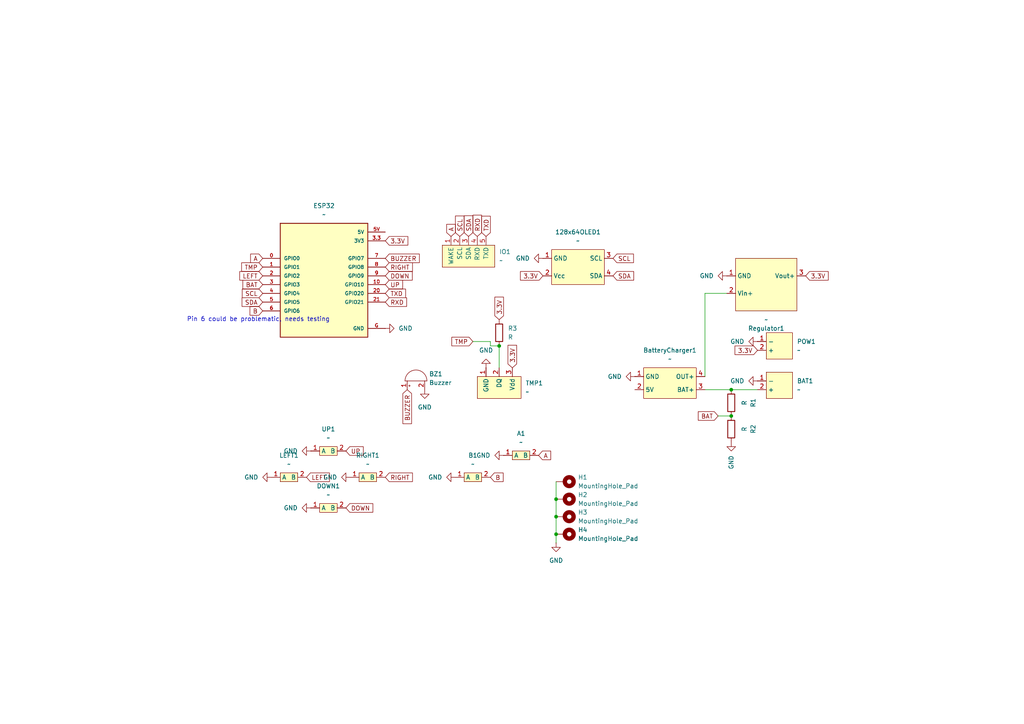
<source format=kicad_sch>
(kicad_sch (version 20250114) (generator "eeschema") (generator_version "9.0")
  (paper "A4")
  (lib_symbols
    (symbol "Device:Buzzer" (pin_names (offset 0.0254) (hide yes))
      (property "Reference" "BZ" (at 3.81 1.27 0))
      (property "Value" "Buzzer" (at 3.81 -1.27 0))
      (symbol "Buzzer_0_1"
        (polyline (pts (xy -1.651 1.905) (xy -1.143 1.905)))
        (polyline (pts (xy -1.397 2.159) (xy -1.397 1.651)))
        (arc (start 0 3.175) (mid 3.1612 0) (end 0 -3.175))
        (polyline (pts (xy 0 3.175) (xy 0 -3.175)))
      )
      (symbol "Buzzer_1_1"
        (pin passive line (at -2.54 2.54 0) (length 2.54) (name "+") (number "1"))
        (pin passive line (at -2.54 -2.54 0) (length 2.54) (name "-") (number "2"))
      )
    )
    (symbol "Device:R" (pin_numbers (hide yes)) (pin_names (offset 0))
      (property "Reference" "R" (at 2.032 0 90))
      (property "Value" "R" (at 0 0 90))
      (symbol "R_0_1"
        (rectangle (start -1.016 -2.54) (end 1.016 2.54) (stroke (width 0.254)))
      )
      (symbol "R_1_1"
        (pin passive line (at 0 3.81 270) (length 1.27) (name "~") (number "1"))
        (pin passive line (at 0 -3.81 90) (length 1.27) (name "~") (number "2"))
      )
    )
    (symbol "ESP32-C3_SUPERMINI_TH:ESP32-C3_SUPERMINI_TH" (pin_names (offset 1.016)) (exclude_from_sim yes)
      (property "Reference" "U" (at -12.7 16.002 0))
      (property "Value" "ESP32-C3_SUPERMINI_TH" (at -12.7 -20.32 0))
      (symbol "ESP32-C3_SUPERMINI_TH_0_0"
        (rectangle (start -12.7 -17.78) (end 12.7 15.24) (stroke (width 0.254)) (fill (type background)))
        (pin bidirectional line (at -17.78 5.08 0) (length 5.08) (name "GPIO0") (number "0"))
        (pin bidirectional line (at -17.78 2.54 0) (length 5.08) (name "GPIO1") (number "1"))
        (pin bidirectional line (at -17.78 0 0) (length 5.08) (name "GPIO2") (number "2"))
        (pin bidirectional line (at -17.78 -2.54 0) (length 5.08) (name "GPIO3") (number "3"))
        (pin bidirectional line (at -17.78 -5.08 0) (length 5.08) (name "GPIO4") (number "4"))
        (pin bidirectional line (at -17.78 -7.62 0) (length 5.08) (name "GPIO5") (number "5"))
        (pin bidirectional line (at -17.78 -10.16 0) (length 5.08) (name "GPIO6") (number "6"))
        (pin power_in line (at 17.78 12.7 180) (length 5.08) (name "5V") (number "5V"))
        (pin power_in line (at 17.78 10.16 180) (length 5.08) (name "3V3") (number "3.3"))
        (pin bidirectional line (at 17.78 5.08 180) (length 5.08) (name "GPIO7") (number "7"))
        (pin bidirectional line (at 17.78 2.54 180) (length 5.08) (name "GPIO8") (number "8"))
        (pin bidirectional line (at 17.78 0 180) (length 5.08) (name "GPIO9") (number "9"))
        (pin bidirectional line (at 17.78 -2.54 180) (length 5.08) (name "GPIO10") (number "10"))
        (pin bidirectional line (at 17.78 -5.08 180) (length 5.08) (name "GPIO20") (number "20"))
        (pin bidirectional line (at 17.78 -7.62 180) (length 5.08) (name "GPIO21") (number "21"))
        (pin power_in line (at 17.78 -15.24 180) (length 5.08) (name "GND") (number "G"))
      )
    )
    (symbol "Mechanical:MountingHole_Pad" (pin_numbers (hide yes)) (pin_names (offset 1.016) (hide yes)) (in_bom no)
      (property "Reference" "H" (at 0 6.35 0))
      (property "Value" "MountingHole_Pad" (at 0 4.445 0))
      (symbol "MountingHole_Pad_0_1"
        (circle (center 0 1.27) (radius 1.27) (stroke (width 1.27)))
      )
      (symbol "MountingHole_Pad_1_1"
        (pin input line (at 0 -2.54 90) (length 2.54) (name "1") (number "1"))
      )
    )
    (symbol "custom:128x64OLED" (exclude_from_sim yes)
      (property "Reference" "128x64OLED" (at 0 0 0))
      (symbol "128x64OLED_0_1"
        (rectangle (start -7.62 11.43) (end 7.62 1.27) (fill (type background)))
      )
      (symbol "128x64OLED_1_1"
        (pin power_in line (at -10.16 8.89 0) (length 2.54) (name "GND") (number "1"))
        (pin power_in line (at -10.16 3.81 0) (length 2.54) (name "Vcc") (number "2"))
        (pin input line (at 10.16 8.89 180) (length 2.54) (name "SCL") (number "3"))
        (pin bidirectional line (at 10.16 3.81 180) (length 2.54) (name "SDA") (number "4"))
      )
    )
    (symbol "custom:BatteryCharger" (exclude_from_sim yes)
      (property "Reference" "BatteryCharger" (at 0 0 0))
      (symbol "BatteryCharger_0_1"
        (rectangle (start -7.62 10.16) (end 7.62 1.27) (fill (type color) (color 255 255 194 1)))
      )
      (symbol "BatteryCharger_1_1"
        (pin power_in line (at -10.16 7.62 0) (length 2.54) (name "GND") (number "1"))
        (pin power_in line (at -10.16 3.81 0) (length 2.54) (name "5V") (number "2"))
        (pin power_out line (at 10.16 7.62 180) (length 2.54) (name "OUT+") (number "4"))
        (pin bidirectional line (at 10.16 3.81 180) (length 2.54) (name "BAT+") (number "3"))
      )
    )
    (symbol "custom:BuckBoost3.3V_0.85A" (exclude_from_sim yes)
      (property "Reference" "BuckBoost3.3V_0.85A" (at -0.254 -9.144 0))
      (symbol "BuckBoost3.3V_0.85A_0_1"
        (rectangle (start -8.89 7.62) (end 8.89 -7.62) (fill (type background)))
      )
      (symbol "BuckBoost3.3V_0.85A_1_1"
        (pin power_in line (at -11.43 2.54 0) (length 2.54) (name "GND") (number "1"))
        (pin power_in line (at -11.43 -2.54 0) (length 2.54) (name "Vin+") (number "2"))
        (pin power_out line (at 11.43 2.54 180) (length 2.54) (name "Vout+") (number "3"))
      )
    )
    (symbol "custom:Button" (exclude_from_sim yes)
      (property "Reference" "Button" (at 0 0 0))
      (symbol "Button_0_1"
        (rectangle (start -2.54 3.81) (end 2.54 1.27) (fill (type background)))
      )
      (symbol "Button_1_1"
        (pin bidirectional line (at -5.08 2.54 0) (length 2.54) (name "A") (number "1"))
        (pin bidirectional line (at 5.08 2.54 180) (length 2.54) (name "B") (number "2"))
      )
    )
    (symbol "custom:IOPins"
      (property "Reference" "IOPins" (at 0 0 0))
      (symbol "IOPins_0_1"
        (rectangle (start -7.62 7.62) (end 7.62 1.27) (fill (type background)))
      )
      (symbol "IOPins_1_1"
        (pin bidirectional line (at -5.08 10.16 270) (length 2.54) (name "WAKE") (number "1"))
        (pin bidirectional line (at -2.54 10.16 270) (length 2.54) (name "SCL") (number "2"))
        (pin bidirectional line (at 0 10.16 270) (length 2.54) (name "SDA") (number "3"))
        (pin bidirectional line (at 2.54 10.16 270) (length 2.54) (name "RXD") (number "4"))
        (pin bidirectional line (at 5.08 10.16 270) (length 2.54) (name "TXD") (number "5"))
      )
    )
    (symbol "custom:PowerPins" (exclude_from_sim yes)
      (property "Reference" "POW" (at 0 0 0))
      (symbol "PowerPins_0_1"
        (rectangle (start -3.81 8.89) (end 3.81 1.27) (fill (type background)))
      )
      (symbol "PowerPins_1_1"
        (pin bidirectional line (at -6.35 6.35 0) (length 2.54) (name "-") (number "1"))
        (pin bidirectional line (at -6.35 3.81 0) (length 2.54) (name "+") (number "2"))
      )
    )
    (symbol "custom:TMPSensor" (exclude_from_sim yes)
      (property "Reference" "TMPSensor" (at 0 0 0))
      (symbol "TMPSensor_0_1"
        (rectangle (start -6.35 7.62) (end 6.35 1.27) (fill (type background)))
      )
      (symbol "TMPSensor_1_1"
        (pin power_in line (at -3.81 10.16 270) (length 2.54) (name "GND") (number "1"))
        (pin bidirectional line (at 0 10.16 270) (length 2.54) (name "DQ") (number "2"))
        (pin power_in line (at 3.81 10.16 270) (length 2.54) (name "Vdd") (number "3"))
      )
    )
    (symbol "power:GND" (power) (pin_numbers (hide yes)) (pin_names (offset 0) (hide yes))
      (property "Value" "GND" (at 0 -3.81 0))
      (symbol "GND_0_1"
        (polyline (pts (xy 0 0) (xy 0 -1.27) (xy 1.27 -1.27) (xy 0 -2.54) (xy -1.27 -1.27) (xy 0 -1.27)))
      )
      (symbol "GND_1_1"
        (pin power_in line (at 0 0 270) (length 0) (name "~") (number "1"))
      )
    )
  )
  (text "Pin 6 could be problematic, needs testing\n" (at 74.93 92.71 0) (effects (font (size 1.27 1.27))))
  (junction (at 161.29 149.86))
  (junction (at 144.78 100.33))
  (junction (at 161.29 144.78))
  (junction (at 212.09 113.03))
  (junction (at 212.09 120.65))
  (junction (at 161.29 154.94))
  (wire (pts (xy 142.24 99.06) (xy 137.16 99.06)))
  (wire (pts (xy 144.78 100.33) (xy 144.78 106.68)))
  (wire (pts (xy 204.47 85.09) (xy 210.82 85.09)))
  (wire (pts (xy 161.29 149.86) (xy 161.29 154.94)))
  (wire (pts (xy 204.47 109.22) (xy 204.47 85.09)))
  (wire (pts (xy 161.29 154.94) (xy 161.29 157.48)))
  (wire (pts (xy 204.47 113.03) (xy 212.09 113.03)))
  (wire (pts (xy 144.78 100.33) (xy 142.24 100.33)))
  (wire (pts (xy 161.29 139.7) (xy 161.29 144.78)))
  (wire (pts (xy 208.28 120.65) (xy 212.09 120.65)))
  (wire (pts (xy 161.29 144.78) (xy 161.29 149.86)))
  (wire (pts (xy 212.09 113.03) (xy 219.71 113.03)))
  (wire (pts (xy 142.24 100.33) (xy 142.24 99.06)))
  (global_label "3.3V" (shape input) (at 148.59 106.68 90) (property "Intersheetrefs" "${INTERSHEET_REFS}" (effects (hide yes))))
  (global_label "TMP" (shape input) (at 137.16 99.06 180) (property "Intersheetrefs" "${INTERSHEET_REFS}" (effects (hide yes))))
  (global_label "BAT" (shape input) (at 76.2 82.55 180) (property "Intersheetrefs" "${INTERSHEET_REFS}" (effects (hide yes))))
  (global_label "SCL" (shape input) (at 76.2 85.09 180) (property "Intersheetrefs" "${INTERSHEET_REFS}" (effects (hide yes))))
  (global_label "TXD" (shape input) (at 140.97 68.58 90) (property "Intersheetrefs" "${INTERSHEET_REFS}" (effects (hide yes))))
  (global_label "SDA" (shape input) (at 76.2 87.63 180) (property "Intersheetrefs" "${INTERSHEET_REFS}" (effects (hide yes))))
  (global_label "BUZZER" (shape input) (at 111.76 74.93 0) (property "Intersheetrefs" "${INTERSHEET_REFS}" (effects (hide yes))))
  (global_label "A" (shape input) (at 130.81 68.58 90) (property "Intersheetrefs" "${INTERSHEET_REFS}" (effects (hide yes))))
  (global_label "SCL" (shape input) (at 133.35 68.58 90) (property "Intersheetrefs" "${INTERSHEET_REFS}" (effects (hide yes))))
  (global_label "RIGHT" (shape input) (at 111.76 138.43 0) (property "Intersheetrefs" "${INTERSHEET_REFS}" (effects (hide yes))))
  (global_label "3.3V" (shape input) (at 233.68 80.01 0) (property "Intersheetrefs" "${INTERSHEET_REFS}" (effects (hide yes))))
  (global_label "TXD" (shape input) (at 111.76 85.09 0) (property "Intersheetrefs" "${INTERSHEET_REFS}" (effects (hide yes))))
  (global_label "3.3V" (shape input) (at 157.48 80.01 180) (property "Intersheetrefs" "${INTERSHEET_REFS}" (effects (hide yes))))
  (global_label "RXD" (shape input) (at 138.43 68.58 90) (property "Intersheetrefs" "${INTERSHEET_REFS}" (effects (hide yes))))
  (global_label "SCL" (shape input) (at 177.8 74.93 0) (property "Intersheetrefs" "${INTERSHEET_REFS}" (effects (hide yes))))
  (global_label "LEFT" (shape input) (at 76.2 80.01 180) (property "Intersheetrefs" "${INTERSHEET_REFS}" (effects (hide yes))))
  (global_label "A" (shape input) (at 156.21 132.08 0) (property "Intersheetrefs" "${INTERSHEET_REFS}" (effects (hide yes))))
  (global_label "LEFT" (shape input) (at 88.9 138.43 0) (property "Intersheetrefs" "${INTERSHEET_REFS}" (effects (hide yes))))
  (global_label "3.3V" (shape input) (at 144.78 92.71 90) (property "Intersheetrefs" "${INTERSHEET_REFS}" (effects (hide yes))))
  (global_label "RIGHT" (shape input) (at 111.76 77.47 0) (property "Intersheetrefs" "${INTERSHEET_REFS}" (effects (hide yes))))
  (global_label "B" (shape input) (at 76.2 90.17 180) (property "Intersheetrefs" "${INTERSHEET_REFS}" (effects (hide yes))))
  (global_label "RXD" (shape input) (at 111.76 87.63 0) (property "Intersheetrefs" "${INTERSHEET_REFS}" (effects (hide yes))))
  (global_label "3.3V" (shape input) (at 219.71 101.6 180) (property "Intersheetrefs" "${INTERSHEET_REFS}" (effects (hide yes))))
  (global_label "SDA" (shape input) (at 135.89 68.58 90) (property "Intersheetrefs" "${INTERSHEET_REFS}" (effects (hide yes))))
  (global_label "UP" (shape input) (at 111.76 82.55 0) (property "Intersheetrefs" "${INTERSHEET_REFS}" (effects (hide yes))))
  (global_label "3.3V" (shape input) (at 111.76 69.85 0) (property "Intersheetrefs" "${INTERSHEET_REFS}" (effects (hide yes))))
  (global_label "UP" (shape input) (at 100.33 130.81 0) (property "Intersheetrefs" "${INTERSHEET_REFS}" (effects (hide yes))))
  (global_label "A" (shape input) (at 76.2 74.93 180) (property "Intersheetrefs" "${INTERSHEET_REFS}" (effects (hide yes))))
  (global_label "DOWN" (shape input) (at 100.33 147.32 0) (property "Intersheetrefs" "${INTERSHEET_REFS}" (effects (hide yes))))
  (global_label "DOWN" (shape input) (at 111.76 80.01 0) (property "Intersheetrefs" "${INTERSHEET_REFS}" (effects (hide yes))))
  (global_label "B" (shape input) (at 142.24 138.43 0) (property "Intersheetrefs" "${INTERSHEET_REFS}" (effects (hide yes))))
  (global_label "BUZZER" (shape input) (at 118.11 113.03 270) (property "Intersheetrefs" "${INTERSHEET_REFS}" (effects (hide yes))))
  (global_label "BAT" (shape input) (at 208.28 120.65 180) (property "Intersheetrefs" "${INTERSHEET_REFS}" (effects (hide yes))))
  (global_label "TMP" (shape input) (at 76.2 77.47 180) (property "Intersheetrefs" "${INTERSHEET_REFS}" (effects (hide yes))))
  (global_label "SDA" (shape input) (at 177.8 80.01 0) (property "Intersheetrefs" "${INTERSHEET_REFS}" (effects (hide yes))))
  (symbol (lib_id "ESP32-C3_SUPERMINI_TH:ESP32-C3_SUPERMINI_TH") (at 93.98 80.01 0) (unit 1) (exclude_from_sim yes)
    (property "Reference" "ESP32" (at 93.98 59.69 0))
    (property "Value" "~" (at 93.98 62.23 0))
    (property "Footprint" "custom:MODULE_ESP32-C3_SUPERMINI_TH" (effects (hide yes)))
    (property "MF" "Espressif Systems" (effects (hide yes)))
    (property "Description_1" "Super tiny ESP32-C3 board" (effects (hide yes)))
    (property "CREATOR" "DIZAR" (effects (hide yes)))
    (property "Price" "None" (effects (hide yes)))
    (property "Package" "Package" (effects (hide yes)))
    (property "Check_prices" "https://www.snapeda.com/parts/ESP32-C3%20SuperMini_TH/Espressif+Systems/view-part/?ref=eda" (effects (hide yes)))
    (property "STANDARD" "IPC-7351B" (effects (hide yes)))
    (property "SnapEDA_Link" "https://www.snapeda.com/parts/ESP32-C3%20SuperMini_TH/Espressif+Systems/view-part/?ref=snap" (effects (hide yes)))
    (property "MP" "ESP32-C3 SuperMini_TH" (effects (hide yes)))
    (property "Availability" "Not in stock" (effects (hide yes)))
    (property "MANUFACTURER" "Espressif Systems" (effects (hide yes)))
  )
  (symbol (lib_id "custom:BuckBoost3.3V_0.85A") (at 222.25 82.55 0) (unit 1) (exclude_from_sim yes)
    (property "Reference" "Regulator1" (at 222.25 95.25 0))
    (property "Value" "~" (at 222.25 92.71 0))
    (property "Footprint" "custom:BuckBoost3.3V_0.85A" (effects (hide yes)))
  )
  (symbol (lib_id "custom:TMPSensor") (at 144.78 116.84 0) (unit 1) (exclude_from_sim yes)
    (property "Reference" "TMP1" (at 152.4 111.1249 0) (effects (justify left)))
    (property "Value" "~" (at 152.4 113.6649 0) (effects (justify left)))
    (property "Footprint" "custom:TMPSensor" (effects (hide yes)))
  )
  (symbol (lib_id "power:GND") (at 90.17 147.32 270) (unit 1)
    (property "Reference" "#PWR013" (effects (hide yes)))
    (property "Value" "GND" (at 86.36 147.3199 90) (effects (justify right)))
    (property "Description" "Power symbol creates a global label with name \"GND\" , ground" (effects (hide yes)))
  )
  (symbol (lib_id "custom:Button") (at 137.16 140.97 0) (unit 1) (exclude_from_sim yes)
    (property "Reference" "B1" (at 137.16 132.08 0))
    (property "Value" "~" (at 137.16 134.62 0))
    (property "Footprint" "Button_Switch_THT:SW_PUSH_6mm" (effects (hide yes)))
  )
  (symbol (lib_id "Mechanical:MountingHole_Pad") (at 163.83 149.86 270) (unit 1) (in_bom no)
    (property "Reference" "H3" (at 167.64 148.5899 90) (effects (justify left)))
    (property "Value" "MountingHole_Pad" (at 167.64 151.1299 90) (effects (justify left)))
    (property "Footprint" "MountingHole:MountingHole_2.2mm_M2_DIN965_Pad_TopBottom" (effects (hide yes)))
    (property "Description" "Mounting Hole with connection" (effects (hide yes)))
  )
  (symbol (lib_id "power:GND") (at 78.74 138.43 270) (unit 1)
    (property "Reference" "#PWR012" (effects (hide yes)))
    (property "Value" "GND" (at 74.93 138.4299 90) (effects (justify right)))
    (property "Description" "Power symbol creates a global label with name \"GND\" , ground" (effects (hide yes)))
  )
  (symbol (lib_id "power:GND") (at 146.05 132.08 270) (unit 1)
    (property "Reference" "#PWR016" (effects (hide yes)))
    (property "Value" "GND" (at 142.24 132.0799 90) (effects (justify right)))
    (property "Description" "Power symbol creates a global label with name \"GND\" , ground" (effects (hide yes)))
  )
  (symbol (lib_id "custom:Button") (at 95.25 133.35 0) (unit 1) (exclude_from_sim yes)
    (property "Reference" "UP1" (at 95.25 124.46 0))
    (property "Value" "~" (at 95.25 127 0))
    (property "Footprint" "Button_Switch_THT:SW_PUSH_6mm" (effects (hide yes)))
  )
  (symbol (lib_id "Mechanical:MountingHole_Pad") (at 163.83 144.78 270) (unit 1) (in_bom no)
    (property "Reference" "H2" (at 167.64 143.5099 90) (effects (justify left)))
    (property "Value" "MountingHole_Pad" (at 167.64 146.0499 90) (effects (justify left)))
    (property "Footprint" "MountingHole:MountingHole_2.2mm_M2_DIN965_Pad_TopBottom" (effects (hide yes)))
    (property "Description" "Mounting Hole with connection" (effects (hide yes)))
  )
  (symbol (lib_id "power:GND") (at 184.15 109.22 270) (unit 1)
    (property "Reference" "#PWR03" (effects (hide yes)))
    (property "Value" "GND" (at 180.34 109.2199 90) (effects (justify right)))
    (property "Description" "Power symbol creates a global label with name \"GND\" , ground" (effects (hide yes)))
  )
  (symbol (lib_id "custom:PowerPins") (at 226.06 105.41 0) (unit 1) (exclude_from_sim yes)
    (property "Reference" "POW1" (at 231.14 99.0599 0) (effects (justify left)))
    (property "Value" "~" (at 231.14 101.5999 0) (effects (justify left)))
    (property "Footprint" "custom:LIPOBattery Header" (effects (hide yes)))
  )
  (symbol (lib_id "custom:Button") (at 83.82 140.97 0) (unit 1) (exclude_from_sim yes)
    (property "Reference" "LEFT1" (at 83.82 132.08 0))
    (property "Value" "~" (at 83.82 134.62 0))
    (property "Footprint" "Button_Switch_THT:SW_PUSH_6mm" (effects (hide yes)))
  )
  (symbol (lib_id "Device:Buzzer") (at 120.65 110.49 90) (unit 1)
    (property "Reference" "BZ1" (at 124.46 108.4648 90) (effects (justify right)))
    (property "Value" "Buzzer" (at 124.46 111.0048 90) (effects (justify right)))
    (property "Footprint" "Buzzer_Beeper:Buzzer_12x9.5RM7.6" (effects (hide yes)))
    (property "Description" "Buzzer, polarized" (effects (hide yes)))
  )
  (symbol (lib_id "Mechanical:MountingHole_Pad") (at 163.83 154.94 270) (unit 1) (in_bom no)
    (property "Reference" "H4" (at 167.64 153.6699 90) (effects (justify left)))
    (property "Value" "MountingHole_Pad" (at 167.64 156.2099 90) (effects (justify left)))
    (property "Footprint" "MountingHole:MountingHole_2.2mm_M2_DIN965_Pad_TopBottom" (effects (hide yes)))
    (property "Description" "Mounting Hole with connection" (effects (hide yes)))
  )
  (symbol (lib_id "power:GND") (at 161.29 157.48 0) (unit 1)
    (property "Reference" "#PWR09" (effects (hide yes)))
    (property "Value" "GND" (at 161.29 162.56 0))
    (property "Description" "Power symbol creates a global label with name \"GND\" , ground" (effects (hide yes)))
  )
  (symbol (lib_id "power:GND") (at 140.97 106.68 180) (unit 1)
    (property "Reference" "#PWR08" (effects (hide yes)))
    (property "Value" "GND" (at 140.97 101.6 0))
    (property "Description" "Power symbol creates a global label with name \"GND\" , ground" (effects (hide yes)))
  )
  (symbol (lib_id "power:GND") (at 212.09 128.27 0) (unit 1)
    (property "Reference" "#PWR07" (effects (hide yes)))
    (property "Value" "GND" (at 212.0901 132.08 90) (effects (justify right)))
    (property "Description" "Power symbol creates a global label with name \"GND\" , ground" (effects (hide yes)))
  )
  (symbol (lib_id "power:GND") (at 219.71 99.06 270) (unit 1)
    (property "Reference" "#PWR010" (effects (hide yes)))
    (property "Value" "GND" (at 215.9 99.0599 90) (effects (justify right)))
    (property "Description" "Power symbol creates a global label with name \"GND\" , ground" (effects (hide yes)))
  )
  (symbol (lib_id "custom:128x64OLED") (at 167.64 83.82 0) (unit 1) (exclude_from_sim yes)
    (property "Reference" "128x64OLED1" (at 167.64 67.31 0))
    (property "Value" "~" (at 167.64 69.85 0))
    (property "Footprint" "custom:128x64OLED" (effects (hide yes)))
  )
  (symbol (lib_id "power:GND") (at 219.71 110.49 270) (unit 1)
    (property "Reference" "#PWR05" (effects (hide yes)))
    (property "Value" "GND" (at 215.9 110.4899 90) (effects (justify right)))
    (property "Description" "Power symbol creates a global label with name \"GND\" , ground" (effects (hide yes)))
  )
  (symbol (lib_id "custom:Button") (at 106.68 140.97 0) (unit 1) (exclude_from_sim yes)
    (property "Reference" "RIGHT1" (at 106.68 132.08 0))
    (property "Value" "~" (at 106.68 134.62 0))
    (property "Footprint" "Button_Switch_THT:SW_PUSH_6mm" (effects (hide yes)))
  )
  (symbol (lib_id "power:GND") (at 210.82 80.01 270) (unit 1)
    (property "Reference" "#PWR01" (effects (hide yes)))
    (property "Value" "GND" (at 207.01 80.0101 90) (effects (justify right)))
    (property "Description" "Power symbol creates a global label with name \"GND\" , ground" (effects (hide yes)))
  )
  (symbol (lib_id "power:GND") (at 123.19 113.03 0) (unit 1)
    (property "Reference" "#PWR06" (effects (hide yes)))
    (property "Value" "GND" (at 123.19 118.11 0))
    (property "Description" "Power symbol creates a global label with name \"GND\" , ground" (effects (hide yes)))
  )
  (symbol (lib_id "power:GND") (at 157.48 74.93 270) (unit 1)
    (property "Reference" "#PWR02" (effects (hide yes)))
    (property "Value" "GND" (at 153.67 74.9299 90) (effects (justify right)))
    (property "Description" "Power symbol creates a global label with name \"GND\" , ground" (effects (hide yes)))
  )
  (symbol (lib_id "Device:R") (at 212.09 124.46 0) (unit 1)
    (property "Reference" "R2" (at 218.44 124.46 90))
    (property "Value" "R" (at 215.9 124.46 90))
    (property "Footprint" "Resistor_THT:R_Axial_DIN0207_L6.3mm_D2.5mm_P10.16mm_Horizontal" (effects (hide yes)))
    (property "Description" "Resistor" (effects (hide yes)))
  )
  (symbol (lib_id "custom:IOPins") (at 135.89 78.74 0) (unit 1)
    (property "Reference" "IO1" (at 144.78 73.0249 0) (effects (justify left)))
    (property "Value" "~" (at 144.78 75.5649 0) (effects (justify left)))
    (property "Footprint" "custom:IOPins" (effects (hide yes)))
  )
  (symbol (lib_id "Device:R") (at 212.09 116.84 0) (unit 1)
    (property "Reference" "R1" (at 218.44 116.84 90))
    (property "Value" "R" (at 215.9 116.84 90))
    (property "Footprint" "Resistor_THT:R_Axial_DIN0207_L6.3mm_D2.5mm_P10.16mm_Horizontal" (effects (hide yes)))
    (property "Description" "Resistor" (effects (hide yes)))
  )
  (symbol (lib_id "power:GND") (at 101.6 138.43 270) (unit 1)
    (property "Reference" "#PWR014" (effects (hide yes)))
    (property "Value" "GND" (at 97.79 138.4299 90) (effects (justify right)))
    (property "Description" "Power symbol creates a global label with name \"GND\" , ground" (effects (hide yes)))
  )
  (symbol (lib_id "custom:BatteryCharger") (at 194.31 116.84 0) (unit 1) (exclude_from_sim yes)
    (property "Reference" "BatteryCharger1" (at 194.31 101.6 0))
    (property "Value" "~" (at 194.31 104.14 0))
    (property "Footprint" "custom:TP4056-18650" (effects (hide yes)))
  )
  (symbol (lib_id "custom:Button") (at 151.13 134.62 0) (unit 1) (exclude_from_sim yes)
    (property "Reference" "A1" (at 151.13 125.73 0))
    (property "Value" "~" (at 151.13 128.27 0))
    (property "Footprint" "Button_Switch_THT:SW_PUSH_6mm" (effects (hide yes)))
  )
  (symbol (lib_id "custom:PowerPins") (at 226.06 116.84 0) (unit 1) (exclude_from_sim yes)
    (property "Reference" "BAT1" (at 231.14 110.4899 0) (effects (justify left)))
    (property "Value" "~" (at 231.14 113.0299 0) (effects (justify left)))
    (property "Footprint" "custom:LIPOBattery Header" (effects (hide yes)))
  )
  (symbol (lib_id "power:GND") (at 90.17 130.81 270) (unit 1)
    (property "Reference" "#PWR011" (effects (hide yes)))
    (property "Value" "GND" (at 86.36 130.8099 90) (effects (justify right)))
    (property "Description" "Power symbol creates a global label with name \"GND\" , ground" (effects (hide yes)))
  )
  (symbol (lib_id "Device:R") (at 144.78 96.52 180) (unit 1)
    (property "Reference" "R3" (at 147.32 95.2499 0) (effects (justify right)))
    (property "Value" "R" (at 147.32 97.7899 0) (effects (justify right)))
    (property "Footprint" "Resistor_THT:R_Axial_DIN0207_L6.3mm_D2.5mm_P10.16mm_Horizontal" (effects (hide yes)))
    (property "Description" "Resistor" (effects (hide yes)))
  )
  (symbol (lib_id "Mechanical:MountingHole_Pad") (at 163.83 139.7 270) (unit 1) (in_bom no)
    (property "Reference" "H1" (at 167.64 138.4299 90) (effects (justify left)))
    (property "Value" "MountingHole_Pad" (at 167.64 140.9699 90) (effects (justify left)))
    (property "Footprint" "MountingHole:MountingHole_2.2mm_M2_DIN965_Pad_TopBottom" (effects (hide yes)))
    (property "Description" "Mounting Hole with connection" (effects (hide yes)))
  )
  (symbol (lib_id "power:GND") (at 132.08 138.43 270) (unit 1)
    (property "Reference" "#PWR015" (effects (hide yes)))
    (property "Value" "GND" (at 128.27 138.4299 90) (effects (justify right)))
    (property "Description" "Power symbol creates a global label with name \"GND\" , ground" (effects (hide yes)))
  )
  (symbol (lib_id "power:GND") (at 111.76 95.25 90) (unit 1)
    (property "Reference" "#PWR04" (effects (hide yes)))
    (property "Value" "GND" (at 115.57 95.2499 90) (effects (justify right)))
    (property "Description" "Power symbol creates a global label with name \"GND\" , ground" (effects (hide yes)))
  )
  (symbol (lib_id "custom:Button") (at 95.25 149.86 0) (unit 1) (exclude_from_sim yes)
    (property "Reference" "DOWN1" (at 95.25 140.97 0))
    (property "Value" "~" (at 95.25 143.51 0))
    (property "Footprint" "Button_Switch_THT:SW_PUSH_6mm" (effects (hide yes)))
  )
)
</source>
